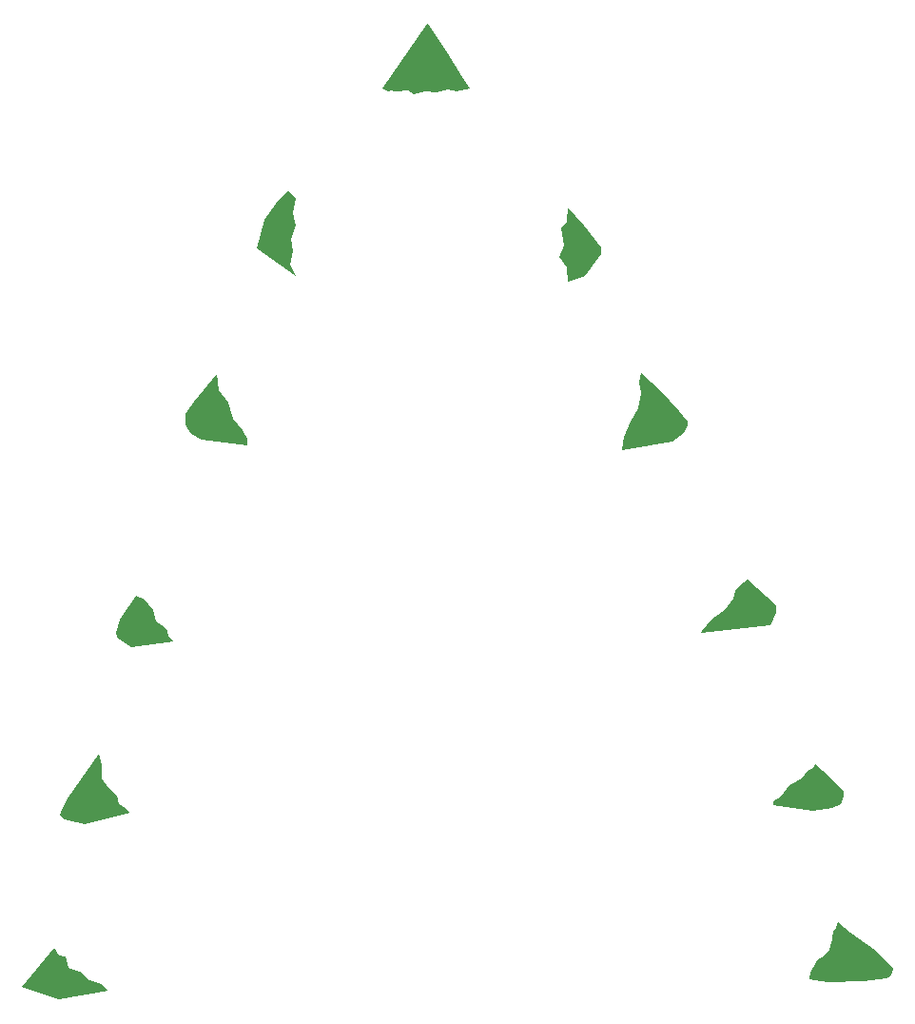
<source format=gbo>
G04 Layer: BottomSilkLayer*
G04 EasyEDA v6.4.25, 2021-12-23T10:59:56+01:00*
G04 4c1ba96cef074ee2a20bac9ac7328723,10*
G04 Gerber Generator version 0.2*
G04 Scale: 100 percent, Rotated: No, Reflected: No *
G04 Dimensions in millimeters *
G04 leading zeros omitted , absolute positions ,4 integer and 5 decimal *
%FSLAX45Y45*%
%MOMM*%

%ADD10C,0.0001*%

%LPD*%
G36*
X7581900Y1993900D02*
G01*
X7569200Y1943100D01*
X7543800Y1917700D01*
X7531100Y1841500D01*
X7505700Y1752600D01*
X7454900Y1689100D01*
X7404100Y1663700D01*
X7378700Y1625600D01*
X7340600Y1549400D01*
X7327900Y1485900D01*
X7493000Y1460500D01*
X7810500Y1473200D01*
X8013700Y1498600D01*
X8051800Y1511300D01*
X8064500Y1549400D01*
X8077200Y1574800D01*
X8077200Y1587500D01*
X7924800Y1739900D01*
X7696200Y1905000D01*
G37*
G36*
X7378700Y3403600D02*
G01*
X7366000Y3365500D01*
X7315200Y3340100D01*
X7264400Y3276600D01*
X7150100Y3213100D01*
X7073900Y3111500D01*
X7010400Y3073400D01*
X7010400Y3035300D01*
X7353300Y2984500D01*
X7531100Y3009900D01*
X7607300Y3048000D01*
X7632700Y3111500D01*
X7632700Y3162300D01*
X7505700Y3289300D01*
G37*
G36*
X6781800Y5041900D02*
G01*
X6718300Y5003800D01*
X6667500Y4940300D01*
X6654800Y4876800D01*
X6578600Y4775200D01*
X6464300Y4699000D01*
X6375400Y4584700D01*
X6362700Y4572000D01*
X6985000Y4635500D01*
X7035800Y4749800D01*
X7035800Y4813300D01*
G37*
G36*
X5829300Y6883400D02*
G01*
X5816600Y6794500D01*
X5829300Y6705600D01*
X5803900Y6565900D01*
X5740400Y6451600D01*
X5676900Y6311900D01*
X5664200Y6197600D01*
X6108700Y6273800D01*
X6210300Y6350000D01*
X6248400Y6413500D01*
X6248400Y6451600D01*
X6172200Y6540500D01*
X6007100Y6718300D01*
G37*
G36*
X5181600Y8356600D02*
G01*
X5168900Y8229600D01*
X5118100Y8166100D01*
X5143500Y8013700D01*
X5105400Y7912100D01*
X5168900Y7823200D01*
X5181600Y7696200D01*
X5334000Y7747000D01*
X5473700Y7937500D01*
X5473700Y8001000D01*
X5321300Y8191500D01*
G37*
G36*
X3924300Y9988550D02*
G01*
X3530600Y9417050D01*
X3581400Y9385300D01*
X3606800Y9398000D01*
X3644900Y9385300D01*
X3759200Y9398000D01*
X3810000Y9366250D01*
X3911600Y9385300D01*
X4013200Y9378950D01*
X4114800Y9404350D01*
X4191000Y9391650D01*
X4305300Y9410700D01*
X4241800Y9512300D01*
X4102100Y9734550D01*
X3937000Y9988550D01*
G37*
G36*
X2692400Y8509000D02*
G01*
X2603500Y8420100D01*
X2476500Y8242300D01*
X2413000Y7988300D01*
X2755900Y7747000D01*
X2705100Y7848600D01*
X2730500Y7962900D01*
X2717800Y8077200D01*
X2755900Y8191500D01*
X2730500Y8305800D01*
X2755900Y8432800D01*
G37*
G36*
X2057400Y6870700D02*
G01*
X1854200Y6629400D01*
X1778000Y6515100D01*
X1778000Y6426200D01*
X1790700Y6388100D01*
X1828800Y6337300D01*
X1917700Y6286500D01*
X2324100Y6235700D01*
X2324100Y6299200D01*
X2286000Y6375400D01*
X2197100Y6477000D01*
X2159000Y6616700D01*
X2070100Y6731000D01*
G37*
G36*
X1333500Y4902200D02*
G01*
X1193800Y4686300D01*
X1155700Y4572000D01*
X1168400Y4533900D01*
X1193800Y4508500D01*
X1295400Y4445000D01*
X1676400Y4495800D01*
X1625600Y4546600D01*
X1612900Y4584700D01*
X1587500Y4622800D01*
X1511300Y4673600D01*
X1485900Y4775200D01*
X1409700Y4864100D01*
G37*
G36*
X1003300Y3492500D02*
G01*
X723900Y3098800D01*
X673100Y2997200D01*
X660400Y2946400D01*
X698500Y2908300D01*
X876300Y2870200D01*
X1282700Y2971800D01*
X1244600Y3009900D01*
X1181100Y3048000D01*
X1168400Y3124200D01*
X1092200Y3187700D01*
X1028700Y3276600D01*
X1028700Y3390900D01*
G37*
G36*
X609600Y1765300D02*
G01*
X317500Y1422400D01*
X647700Y1308100D01*
X1092200Y1384300D01*
X1028700Y1447800D01*
X901700Y1485900D01*
X850900Y1549400D01*
X736600Y1587500D01*
X711200Y1689100D01*
X647700Y1701800D01*
G37*
M02*

</source>
